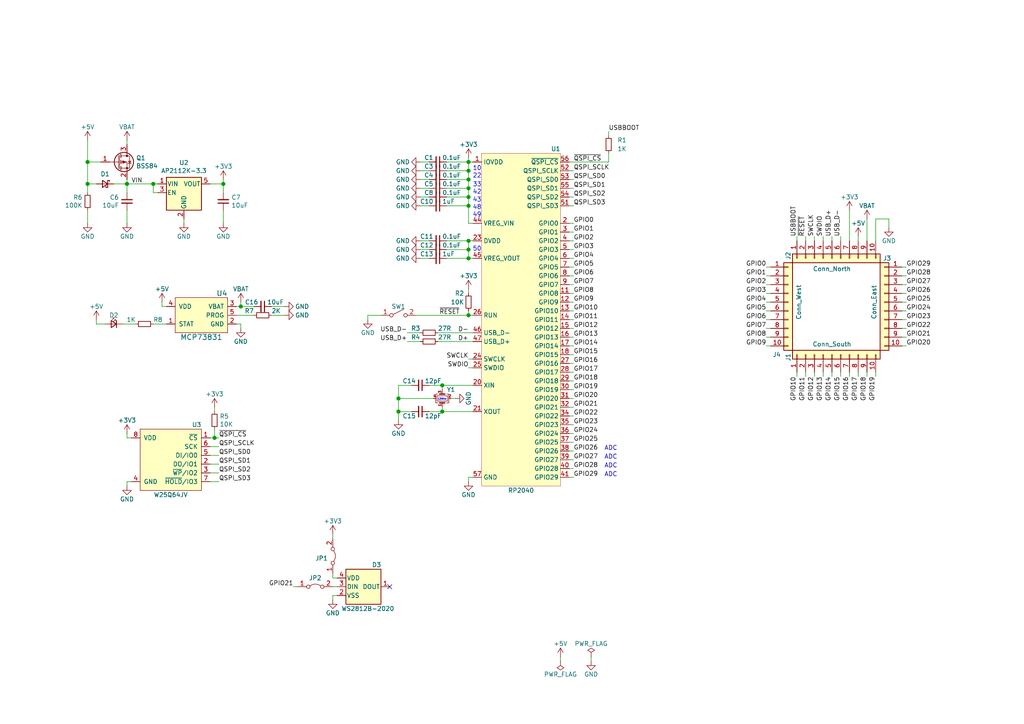
<source format=kicad_sch>
(kicad_sch (version 20210406) (generator eeschema)
  (paper "A4")
  (lib_symbols
    (symbol "Battery_Management_Extra:MCP73831" (pin_names (offset 1.016))
      (property "Reference" "U" (at 6.35 6.35 0))
      (property "Value" "MCP73831" (at 0 -6.35 0))
      (symbol "MCP73831_0_1"
        (rectangle (start -7.62 5.08) (end 7.62 -5.08) (fill (type background)))
      )
      (symbol "MCP73831_1_1"
        (pin output line (at -10.16 -2.54 0) (length 2.54) (name "STAT") (number "1"))
        (pin power_in line (at 10.16 -2.54 180) (length 2.54) (name "GND") (number "2"))
        (pin power_out line (at 10.16 2.54 180) (length 2.54) (name "VBAT") (number "3"))
        (pin power_in line (at -10.16 2.54 0) (length 2.54) (name "VDD") (number "4"))
        (pin input line (at 10.16 0 180) (length 2.54) (name "PROG") (number "5"))
      )
    )
    (symbol "Connector_Generic:Conn_01x10" (pin_names (offset 1.016) hide)
      (property "Reference" "J" (at 0 12.7 0))
      (property "Value" "Conn_01x10" (at 0 -15.24 0))
      (symbol "Conn_01x10_1_1"
        (rectangle (start -1.27 -12.573) (end 0 -12.827) (stroke (width 0.1524)))
        (rectangle (start -1.27 -10.033) (end 0 -10.287) (stroke (width 0.1524)))
        (rectangle (start -1.27 -7.493) (end 0 -7.747) (stroke (width 0.1524)))
        (rectangle (start -1.27 -4.953) (end 0 -5.207) (stroke (width 0.1524)))
        (rectangle (start -1.27 -2.413) (end 0 -2.667) (stroke (width 0.1524)))
        (rectangle (start -1.27 0.127) (end 0 -0.127) (stroke (width 0.1524)))
        (rectangle (start -1.27 2.667) (end 0 2.413) (stroke (width 0.1524)))
        (rectangle (start -1.27 5.207) (end 0 4.953) (stroke (width 0.1524)))
        (rectangle (start -1.27 7.747) (end 0 7.493) (stroke (width 0.1524)))
        (rectangle (start -1.27 10.287) (end 0 10.033) (stroke (width 0.1524)))
        (rectangle (start -1.27 11.43) (end 1.27 -13.97) (stroke (width 0.254)) (fill (type background)))
        (pin passive line (at -5.08 10.16 0) (length 3.81) (name "Pin_1") (number "1"))
        (pin passive line (at -5.08 -12.7 0) (length 3.81) (name "Pin_10") (number "10"))
        (pin passive line (at -5.08 7.62 0) (length 3.81) (name "Pin_2") (number "2"))
        (pin passive line (at -5.08 5.08 0) (length 3.81) (name "Pin_3") (number "3"))
        (pin passive line (at -5.08 2.54 0) (length 3.81) (name "Pin_4") (number "4"))
        (pin passive line (at -5.08 0 0) (length 3.81) (name "Pin_5") (number "5"))
        (pin passive line (at -5.08 -2.54 0) (length 3.81) (name "Pin_6") (number "6"))
        (pin passive line (at -5.08 -5.08 0) (length 3.81) (name "Pin_7") (number "7"))
        (pin passive line (at -5.08 -7.62 0) (length 3.81) (name "Pin_8") (number "8"))
        (pin passive line (at -5.08 -10.16 0) (length 3.81) (name "Pin_9") (number "9"))
      )
    )
    (symbol "Device:C_Small" (pin_numbers hide) (pin_names (offset 0.254) hide)
      (property "Reference" "C" (at 0.254 1.778 0))
      (property "Value" "C_Small" (at 0.254 -2.032 0))
      (symbol "C_Small_0_1"
        (polyline (pts (xy -1.524 -0.508) (xy 1.524 -0.508)) (stroke (width 0.3302)))
        (polyline (pts (xy -1.524 0.508) (xy 1.524 0.508)) (stroke (width 0.3048)))
      )
      (symbol "C_Small_1_1"
        (pin passive line (at 0 2.54 270) (length 2.032) (name "~") (number "1"))
        (pin passive line (at 0 -2.54 90) (length 2.032) (name "~") (number "2"))
      )
    )
    (symbol "Device:Crystal_GND24_Small" (pin_names (offset 1.016) hide)
      (property "Reference" "Y" (at 1.27 4.445 0))
      (property "Value" "Crystal_GND24_Small" (at 1.27 2.54 0))
      (symbol "Crystal_GND24_Small_0_1"
        (rectangle (start -0.762 -1.524) (end 0.762 1.524))
        (polyline (pts (xy -1.27 -0.762) (xy -1.27 0.762)) (stroke (width 0.381)))
        (polyline (pts (xy 1.27 -0.762) (xy 1.27 0.762)) (stroke (width 0.381)))
        (polyline (pts (xy -1.27 -1.27) (xy -1.27 -1.905) (xy 1.27 -1.905) (xy 1.27 -1.27)))
        (polyline (pts (xy -1.27 1.27) (xy -1.27 1.905) (xy 1.27 1.905) (xy 1.27 1.27)))
      )
      (symbol "Crystal_GND24_Small_1_1"
        (pin passive line (at -2.54 0 0) (length 1.27) (name "1") (number "1"))
        (pin passive line (at 0 -2.54 90) (length 0.635) (name "2") (number "2"))
        (pin passive line (at 2.54 0 180) (length 1.27) (name "3") (number "3"))
        (pin passive line (at 0 2.54 270) (length 0.635) (name "4") (number "4"))
      )
    )
    (symbol "Device:D_Schottky_Small" (pin_numbers hide) (pin_names (offset 0.254) hide)
      (property "Reference" "D" (at -1.27 2.032 0))
      (property "Value" "D_Schottky_Small" (at -7.112 -2.032 0))
      (symbol "D_Schottky_Small_0_1"
        (polyline (pts (xy -0.762 0) (xy 0.762 0)))
        (polyline (pts (xy 0.762 -1.016) (xy -0.762 0) (xy 0.762 1.016) (xy 0.762 -1.016)) (stroke (width 0.254)))
        (polyline (pts (xy -1.27 0.762) (xy -1.27 1.016) (xy -0.762 1.016) (xy -0.762 -1.016) (xy -0.254 -1.016) (xy -0.254 -0.762)) (stroke (width 0.254)))
      )
      (symbol "D_Schottky_Small_1_1"
        (pin passive line (at -2.54 0 0) (length 1.778) (name "K") (number "1"))
        (pin passive line (at 2.54 0 180) (length 1.778) (name "A") (number "2"))
      )
    )
    (symbol "Device:LED_Small" (pin_numbers hide) (pin_names (offset 0.254) hide)
      (property "Reference" "D" (at -1.27 3.175 0))
      (property "Value" "LED_Small" (at -4.445 -2.54 0))
      (symbol "LED_Small_0_1"
        (polyline (pts (xy -0.762 -1.016) (xy -0.762 1.016)) (stroke (width 0.254)))
        (polyline (pts (xy 1.016 0) (xy -0.762 0)))
        (polyline (pts (xy 0.762 -1.016) (xy -0.762 0) (xy 0.762 1.016) (xy 0.762 -1.016)) (stroke (width 0.254)))
        (polyline (pts (xy 0 0.762) (xy -0.508 1.27) (xy -0.254 1.27) (xy -0.508 1.27) (xy -0.508 1.016)))
        (polyline (pts (xy 0.508 1.27) (xy 0 1.778) (xy 0.254 1.778) (xy 0 1.778) (xy 0 1.524)))
      )
      (symbol "LED_Small_1_1"
        (pin passive line (at -2.54 0 0) (length 1.778) (name "K") (number "1"))
        (pin passive line (at 2.54 0 180) (length 1.778) (name "A") (number "2"))
      )
    )
    (symbol "Device:R_Small" (pin_numbers hide) (pin_names (offset 0.254) hide)
      (property "Reference" "R" (at 0.762 0.508 0))
      (property "Value" "R_Small" (at 0.762 -1.016 0))
      (symbol "R_Small_0_1"
        (rectangle (start -0.762 1.778) (end 0.762 -1.778) (stroke (width 0.2032)))
      )
      (symbol "R_Small_1_1"
        (pin passive line (at 0 2.54 270) (length 0.762) (name "~") (number "1"))
        (pin passive line (at 0 -2.54 90) (length 0.762) (name "~") (number "2"))
      )
    )
    (symbol "Jumper:Jumper_2_Bridged" (pin_names (offset 0) hide)
      (property "Reference" "JP" (at 0 1.905 0))
      (property "Value" "Jumper_2_Bridged" (at 0 -2.54 0))
      (symbol "Jumper_2_Bridged_0_0"
        (circle (center -2.032 0) (radius 0.508))
        (circle (center 2.032 0) (radius 0.508))
      )
      (symbol "Jumper_2_Bridged_0_1"
        (arc (start -1.524 0.254) (end 1.524 0.254) (radius (at 0 -1.778) (length 2.54) (angles 126.9 53.1)))
      )
      (symbol "Jumper_2_Bridged_1_1"
        (pin passive line (at -5.08 0 0) (length 2.54) (name "A") (number "1"))
        (pin passive line (at 5.08 0 180) (length 2.54) (name "B") (number "2"))
      )
    )
    (symbol "LED_Extra:WS2812B-2020" (pin_names (offset 0.254))
      (property "Reference" "D" (at 5.08 5.715 0))
      (property "Value" "WS2812B-2020" (at 1.27 -5.715 0))
      (symbol "WS2812B-2020_0_1"
        (rectangle (start -5.08 5.08) (end 5.08 -5.08) (stroke (width 0.254)) (fill (type background)))
      )
      (symbol "WS2812B-2020_1_1"
        (pin output line (at 7.62 0 180) (length 2.54) (name "DOUT") (number "1"))
        (pin power_in line (at -7.62 -2.54 0) (length 2.54) (name "VSS") (number "2"))
        (pin input line (at -7.62 0 0) (length 2.54) (name "DIN") (number "3"))
        (pin power_in line (at -7.62 2.54 0) (length 2.54) (name "VDD") (number "4"))
      )
    )
    (symbol "MCU_RaspberryPi:RP2040"
      (property "Reference" "U" (at 11.43 1.27 0))
      (property "Value" "RP2040" (at 0 -97.79 0))
      (symbol "RP2040_0_0"
        (pin power_in line (at -13.97 -2.54 0) (length 2.54) (name "IOVDD") (number "1"))
        (pin passive line (at -13.97 -2.54 0) (length 2.54) hide (name "IOVDD") (number "10"))
        (pin bidirectional line (at 13.97 -40.64 180) (length 2.54) (name "GPIO8") (number "11"))
        (pin bidirectional line (at 13.97 -20.32 180) (length 2.54) (name "GPIO0") (number "2"))
        (pin bidirectional line (at 13.97 -22.86 180) (length 2.54) (name "GPIO1") (number "3"))
        (pin bidirectional line (at 13.97 -25.4 180) (length 2.54) (name "GPIO2") (number "4"))
        (pin bidirectional line (at 13.97 -27.94 180) (length 2.54) (name "GPIO3") (number "5"))
        (pin bidirectional line (at 13.97 -30.48 180) (length 2.54) (name "GPIO4") (number "6"))
        (pin bidirectional line (at 13.97 -33.02 180) (length 2.54) (name "GPIO5") (number "7"))
        (pin bidirectional line (at 13.97 -35.56 180) (length 2.54) (name "GPIO6") (number "8"))
        (pin bidirectional line (at 13.97 -38.1 180) (length 2.54) (name "GPIO7") (number "9"))
      )
      (symbol "RP2040_0_1"
        (rectangle (start -11.43 0) (end 11.43 -96.52) (stroke (width 0.001)) (fill (type background)))
      )
      (symbol "RP2040_1_1"
        (pin bidirectional line (at 13.97 -43.18 180) (length 2.54) (name "GPIO9") (number "12"))
        (pin bidirectional line (at 13.97 -45.72 180) (length 2.54) (name "GPIO10") (number "13"))
        (pin bidirectional line (at 13.97 -48.26 180) (length 2.54) (name "GPIO11") (number "14"))
        (pin bidirectional line (at 13.97 -50.8 180) (length 2.54) (name "GPIO12") (number "15"))
        (pin bidirectional line (at 13.97 -53.34 180) (length 2.54) (name "GPIO13") (number "16"))
        (pin bidirectional line (at 13.97 -55.88 180) (length 2.54) (name "GPIO14") (number "17"))
        (pin bidirectional line (at 13.97 -58.42 180) (length 2.54) (name "GPIO15") (number "18"))
        (pin passive line (at -13.97 -93.98 0) (length 2.54) hide (name "TESTEN") (number "19"))
        (pin input line (at -13.97 -67.31 0) (length 2.54) (name "XIN") (number "20"))
        (pin output line (at -13.97 -74.93 0) (length 2.54) (name "XOUT") (number "21"))
        (pin passive line (at -13.97 -2.54 0) (length 2.54) hide (name "IOVDD") (number "22"))
        (pin power_in line (at -13.97 -25.4 0) (length 2.54) (name "DVDD") (number "23"))
        (pin input line (at -13.97 -59.69 0) (length 2.54) (name "SWCLK") (number "24"))
        (pin bidirectional line (at -13.97 -62.23 0) (length 2.54) (name "SWDIO") (number "25"))
        (pin input line (at -13.97 -46.99 0) (length 2.54) (name "RUN") (number "26"))
        (pin bidirectional line (at 13.97 -60.96 180) (length 2.54) (name "GPIO16") (number "27"))
        (pin bidirectional line (at 13.97 -63.5 180) (length 2.54) (name "GPIO17") (number "28"))
        (pin bidirectional line (at 13.97 -66.04 180) (length 2.54) (name "GPIO18") (number "29"))
        (pin bidirectional line (at 13.97 -68.58 180) (length 2.54) (name "GPIO19") (number "30"))
        (pin bidirectional line (at 13.97 -71.12 180) (length 2.54) (name "GPIO20") (number "31"))
        (pin bidirectional line (at 13.97 -73.66 180) (length 2.54) (name "GPIO21") (number "32"))
        (pin passive line (at -13.97 -2.54 0) (length 2.54) hide (name "IOVDD") (number "33"))
        (pin bidirectional line (at 13.97 -76.2 180) (length 2.54) (name "GPIO22") (number "34"))
        (pin bidirectional line (at 13.97 -78.74 180) (length 2.54) (name "GPIO23") (number "35"))
        (pin bidirectional line (at 13.97 -81.28 180) (length 2.54) (name "GPIO24") (number "36"))
        (pin bidirectional line (at 13.97 -83.82 180) (length 2.54) (name "GPIO25") (number "37"))
        (pin bidirectional line (at 13.97 -86.36 180) (length 2.54) (name "GPIO26") (number "38"))
        (pin bidirectional line (at 13.97 -88.9 180) (length 2.54) (name "GPIO27") (number "39"))
        (pin bidirectional line (at 13.97 -91.44 180) (length 2.54) (name "GPIO28") (number "40"))
        (pin bidirectional line (at 13.97 -93.98 180) (length 2.54) (name "GPIO29") (number "41"))
        (pin passive line (at -13.97 -2.54 0) (length 2.54) hide (name "IOVDD") (number "42"))
        (pin passive line (at -13.97 -2.54 0) (length 2.54) hide (name "ADC_AVDD") (number "43"))
        (pin power_in line (at -13.97 -20.32 0) (length 2.54) (name "VREG_VIN") (number "44"))
        (pin power_out line (at -13.97 -30.48 0) (length 2.54) (name "VREG_VOUT") (number "45"))
        (pin bidirectional line (at -13.97 -52.07 0) (length 2.54) (name "USB_D-") (number "46"))
        (pin bidirectional line (at -13.97 -54.61 0) (length 2.54) (name "USB_D+") (number "47"))
        (pin passive line (at -13.97 -2.54 0) (length 2.54) hide (name "USB_VDD") (number "48"))
        (pin passive line (at -13.97 -2.54 0) (length 2.54) hide (name "IOVDD") (number "49"))
        (pin passive line (at -13.97 -25.4 0) (length 2.54) hide (name "DVDD") (number "50"))
        (pin bidirectional line (at 13.97 -15.24 180) (length 2.54) (name "QSPI_SD3") (number "51"))
        (pin output line (at 13.97 -5.08 180) (length 2.54) (name "QSPI_SCLK") (number "52"))
        (pin bidirectional line (at 13.97 -7.62 180) (length 2.54) (name "QSPI_SD0") (number "53"))
        (pin bidirectional line (at 13.97 -12.7 180) (length 2.54) (name "QSPI_SD2") (number "54"))
        (pin bidirectional line (at 13.97 -10.16 180) (length 2.54) (name "QSPI_SD1") (number "55"))
        (pin input line (at 13.97 -2.54 180) (length 2.54) (name "~QSPI_CS~") (number "56"))
        (pin power_in line (at -13.97 -93.98 0) (length 2.54) (name "GND") (number "57"))
      )
    )
    (symbol "Memory_Flash_Extra:W25Q64JV" (pin_names (offset 1.016))
      (property "Reference" "U" (at 8.89 10.16 0))
      (property "Value" "W25Q64JV" (at 0 -10.16 0))
      (symbol "W25Q64JV_0_1"
        (rectangle (start -8.89 8.89) (end 8.89 -8.89) (fill (type background)))
      )
      (symbol "W25Q64JV_1_1"
        (pin input line (at 11.43 6.35 180) (length 2.54) (name "~CS~") (number "1"))
        (pin bidirectional line (at 11.43 -1.27 180) (length 2.54) (name "DO/IO1") (number "2"))
        (pin bidirectional line (at 11.43 -3.81 180) (length 2.54) (name "~WP~/IO2") (number "3"))
        (pin power_in line (at -11.43 -6.35 0) (length 2.54) (name "GND") (number "4"))
        (pin bidirectional line (at 11.43 1.27 180) (length 2.54) (name "DI/IO0") (number "5"))
        (pin input line (at 11.43 3.81 180) (length 2.54) (name "SCK") (number "6"))
        (pin bidirectional line (at 11.43 -6.35 180) (length 2.54) (name "~HOLD~/IO3") (number "7"))
        (pin power_in line (at -11.43 6.35 0) (length 2.54) (name "VDD") (number "8"))
        (pin passive line (at -11.43 -6.35 0) (length 2.54) hide (name "GND") (number "9"))
      )
    )
    (symbol "Regulator_Linear:AP2112K-3.3" (pin_names (offset 0.254))
      (property "Reference" "U" (at -5.08 5.715 0))
      (property "Value" "AP2112K-3.3" (at 0 5.715 0))
      (symbol "AP2112K-3.3_0_1"
        (rectangle (start -5.08 4.445) (end 5.08 -5.08) (stroke (width 0.254)) (fill (type background)))
      )
      (symbol "AP2112K-3.3_1_1"
        (pin power_in line (at -7.62 2.54 0) (length 2.54) (name "VIN") (number "1"))
        (pin power_in line (at 0 -7.62 90) (length 2.54) (name "GND") (number "2"))
        (pin input line (at -7.62 0 0) (length 2.54) (name "EN") (number "3"))
        (pin no_connect line (at 5.08 0 180) (length 2.54) hide (name "NC") (number "4"))
        (pin power_out line (at 7.62 2.54 180) (length 2.54) (name "VOUT") (number "5"))
      )
    )
    (symbol "Switch:SW_SPST" (pin_names (offset 0) hide)
      (property "Reference" "SW" (at 0 3.175 0))
      (property "Value" "SW_SPST" (at 0 -2.54 0))
      (symbol "SW_SPST_0_0"
        (circle (center -2.032 0) (radius 0.508))
        (circle (center 2.032 0) (radius 0.508))
        (polyline (pts (xy -1.524 0.254) (xy 1.524 1.778)))
      )
      (symbol "SW_SPST_1_1"
        (pin passive line (at -5.08 0 0) (length 2.54) (name "A") (number "1"))
        (pin passive line (at 5.08 0 180) (length 2.54) (name "B") (number "2"))
      )
    )
    (symbol "Transistor_FET:BSS84" (pin_names hide)
      (property "Reference" "Q" (at 5.08 1.905 0))
      (property "Value" "BSS84" (at 5.08 0 0))
      (symbol "BSS84_0_1"
        (circle (center 1.651 0) (radius 2.794) (stroke (width 0.254)))
        (circle (center 2.54 -1.778) (radius 0.254) (fill (type outline)))
        (circle (center 2.54 1.778) (radius 0.254) (fill (type outline)))
        (polyline (pts (xy 0.254 0) (xy -2.54 0)))
        (polyline (pts (xy 0.254 1.905) (xy 0.254 -1.905)) (stroke (width 0.254)))
        (polyline (pts (xy 0.762 -1.27) (xy 0.762 -2.286)) (stroke (width 0.254)))
        (polyline (pts (xy 0.762 0.508) (xy 0.762 -0.508)) (stroke (width 0.254)))
        (polyline (pts (xy 0.762 2.286) (xy 0.762 1.27)) (stroke (width 0.254)))
        (polyline (pts (xy 2.54 2.54) (xy 2.54 1.778)))
        (polyline (pts (xy 2.54 -2.54) (xy 2.54 0) (xy 0.762 0)))
        (polyline (pts (xy 0.762 1.778) (xy 3.302 1.778) (xy 3.302 -1.778) (xy 0.762 -1.778)))
        (polyline (pts (xy 2.794 -0.508) (xy 2.921 -0.381) (xy 3.683 -0.381) (xy 3.81 -0.254)))
        (polyline (pts (xy 3.302 -0.381) (xy 2.921 0.254) (xy 3.683 0.254) (xy 3.302 -0.381)))
        (polyline (pts (xy 2.286 0) (xy 1.27 0.381) (xy 1.27 -0.381) (xy 2.286 0)) (fill (type outline)))
      )
      (symbol "BSS84_1_1"
        (pin input line (at -5.08 0 0) (length 2.54) (name "G") (number "1"))
        (pin passive line (at 2.54 -5.08 90) (length 2.54) (name "S") (number "2"))
        (pin passive line (at 2.54 5.08 270) (length 2.54) (name "D") (number "3"))
      )
    )
    (symbol "power:+3.3V" (power) (pin_names (offset 0))
      (property "Value" "+3.3V" (at 0 3.556 0))
      (symbol "+3.3V_0_1"
        (polyline (pts (xy -0.762 1.27) (xy 0 2.54)))
        (polyline (pts (xy 0 0) (xy 0 2.54)))
        (polyline (pts (xy 0 2.54) (xy 0.762 1.27)))
      )
      (symbol "+3.3V_1_1"
        (pin power_in line (at 0 0 90) (length 0) hide (name "+3V3") (number "1"))
      )
    )
    (symbol "power:+3V3" (power) (pin_names (offset 0))
      (property "Value" "+3V3" (at 0 3.556 0))
      (symbol "+3V3_0_1"
        (polyline (pts (xy -0.762 1.27) (xy 0 2.54)))
        (polyline (pts (xy 0 0) (xy 0 2.54)))
        (polyline (pts (xy 0 2.54) (xy 0.762 1.27)))
      )
      (symbol "+3V3_1_1"
        (pin power_in line (at 0 0 90) (length 0) hide (name "+3V3") (number "1"))
      )
    )
    (symbol "power:+5V" (power) (pin_names (offset 0))
      (property "Value" "+5V" (at 0 3.556 0))
      (symbol "+5V_0_1"
        (polyline (pts (xy -0.762 1.27) (xy 0 2.54)))
        (polyline (pts (xy 0 0) (xy 0 2.54)))
        (polyline (pts (xy 0 2.54) (xy 0.762 1.27)))
      )
      (symbol "+5V_1_1"
        (pin power_in line (at 0 0 90) (length 0) hide (name "+5V") (number "1"))
      )
    )
    (symbol "power:GND" (power) (pin_names (offset 0))
      (property "Value" "GND" (at 0 -3.81 0))
      (symbol "GND_0_1"
        (polyline (pts (xy 0 0) (xy 0 -1.27) (xy 1.27 -1.27) (xy 0 -2.54) (xy -1.27 -1.27) (xy 0 -1.27)))
      )
      (symbol "GND_1_1"
        (pin power_in line (at 0 0 270) (length 0) hide (name "GND") (number "1"))
      )
    )
    (symbol "power:PWR_FLAG" (power) (pin_numbers hide) (pin_names (offset 0) hide)
      (property "Value" "PWR_FLAG" (at 0 3.81 0))
      (symbol "PWR_FLAG_0_0"
        (pin power_out line (at 0 0 90) (length 0) (name "pwr") (number "1"))
      )
      (symbol "PWR_FLAG_0_1"
        (polyline (pts (xy 0 0) (xy 0 1.27) (xy -1.016 1.905) (xy 0 2.54) (xy 1.016 1.905) (xy 0 1.27)))
      )
    )
    (symbol "power_extra:VBAT" (power) (pin_names (offset 0))
      (property "Value" "VBAT" (at 0 3.556 0))
      (symbol "VBAT_0_1"
        (polyline (pts (xy -0.762 1.27) (xy 0 2.54)))
        (polyline (pts (xy 0 0) (xy 0 2.54)))
        (polyline (pts (xy 0 2.54) (xy 0.762 1.27)))
      )
      (symbol "VBAT_1_1"
        (pin power_in line (at 0 0 90) (length 0) hide (name "VBAT") (number "1"))
      )
    )
  )
  (junction (at 25.4 46.99) (diameter 1.016))
  (junction (at 25.4 53.34) (diameter 1.016))
  (junction (at 36.83 53.34) (diameter 1.016))
  (junction (at 44.45 53.34) (diameter 1.016))
  (junction (at 62.23 127) (diameter 1.016))
  (junction (at 64.77 53.34) (diameter 1.016))
  (junction (at 69.85 88.9) (diameter 1.016))
  (junction (at 115.57 115.57) (diameter 1.016))
  (junction (at 115.57 119.38) (diameter 1.016))
  (junction (at 128.27 111.76) (diameter 1.016))
  (junction (at 128.27 119.38) (diameter 1.016))
  (junction (at 135.89 46.99) (diameter 1.016))
  (junction (at 135.89 49.53) (diameter 1.016))
  (junction (at 135.89 52.07) (diameter 1.016))
  (junction (at 135.89 54.61) (diameter 1.016))
  (junction (at 135.89 57.15) (diameter 1.016))
  (junction (at 135.89 59.69) (diameter 1.016))
  (junction (at 135.89 69.85) (diameter 1.016))
  (junction (at 135.89 72.39) (diameter 1.016))
  (junction (at 135.89 74.93) (diameter 1.016))
  (junction (at 135.89 91.44) (diameter 1.016))
  (no_connect (at 113.03 170.18))
  (wire (pts (xy 25.4 40.64) (xy 25.4 46.99)))
  (wire (pts (xy 25.4 46.99) (xy 25.4 53.34)))
  (wire (pts (xy 25.4 46.99) (xy 29.21 46.99)))
  (wire (pts (xy 25.4 53.34) (xy 25.4 55.88)))
  (wire (pts (xy 25.4 53.34) (xy 27.94 53.34)))
  (wire (pts (xy 25.4 60.96) (xy 25.4 64.77)))
  (wire (pts (xy 27.94 93.98) (xy 27.94 92.71)))
  (wire (pts (xy 27.94 93.98) (xy 30.48 93.98)))
  (wire (pts (xy 36.83 41.91) (xy 36.83 40.64)))
  (wire (pts (xy 36.83 53.34) (xy 33.02 53.34)))
  (wire (pts (xy 36.83 53.34) (xy 36.83 52.07)))
  (wire (pts (xy 36.83 53.34) (xy 36.83 55.88)))
  (wire (pts (xy 36.83 53.34) (xy 44.45 53.34)))
  (wire (pts (xy 36.83 60.96) (xy 36.83 64.77)))
  (wire (pts (xy 36.83 127) (xy 36.83 125.73)))
  (wire (pts (xy 36.83 139.7) (xy 36.83 140.97)))
  (wire (pts (xy 38.1 127) (xy 36.83 127)))
  (wire (pts (xy 38.1 139.7) (xy 36.83 139.7)))
  (wire (pts (xy 39.37 93.98) (xy 35.56 93.98)))
  (wire (pts (xy 44.45 55.88) (xy 44.45 53.34)))
  (wire (pts (xy 45.72 53.34) (xy 44.45 53.34)))
  (wire (pts (xy 45.72 55.88) (xy 44.45 55.88)))
  (wire (pts (xy 46.99 87.63) (xy 46.99 88.9)))
  (wire (pts (xy 46.99 88.9) (xy 48.26 88.9)))
  (wire (pts (xy 48.26 93.98) (xy 44.45 93.98)))
  (wire (pts (xy 53.34 63.5) (xy 53.34 64.77)))
  (wire (pts (xy 60.96 53.34) (xy 64.77 53.34)))
  (wire (pts (xy 60.96 127) (xy 62.23 127)))
  (wire (pts (xy 60.96 129.54) (xy 63.5 129.54)))
  (wire (pts (xy 60.96 132.08) (xy 63.5 132.08)))
  (wire (pts (xy 60.96 134.62) (xy 63.5 134.62)))
  (wire (pts (xy 60.96 137.16) (xy 63.5 137.16)))
  (wire (pts (xy 60.96 139.7) (xy 63.5 139.7)))
  (wire (pts (xy 62.23 118.11) (xy 62.23 119.38)))
  (wire (pts (xy 62.23 127) (xy 62.23 124.46)))
  (wire (pts (xy 63.5 127) (xy 62.23 127)))
  (wire (pts (xy 64.77 52.07) (xy 64.77 53.34)))
  (wire (pts (xy 64.77 53.34) (xy 64.77 55.88)))
  (wire (pts (xy 64.77 60.96) (xy 64.77 64.77)))
  (wire (pts (xy 68.58 88.9) (xy 69.85 88.9)))
  (wire (pts (xy 68.58 93.98) (xy 69.85 93.98)))
  (wire (pts (xy 69.85 88.9) (xy 69.85 87.63)))
  (wire (pts (xy 69.85 88.9) (xy 73.66 88.9)))
  (wire (pts (xy 69.85 93.98) (xy 69.85 95.25)))
  (wire (pts (xy 73.66 91.44) (xy 68.58 91.44)))
  (wire (pts (xy 78.74 88.9) (xy 82.55 88.9)))
  (wire (pts (xy 78.74 91.44) (xy 82.55 91.44)))
  (wire (pts (xy 85.09 170.18) (xy 86.36 170.18)))
  (wire (pts (xy 96.52 154.94) (xy 96.52 156.21)))
  (wire (pts (xy 96.52 166.37) (xy 96.52 167.64)))
  (wire (pts (xy 96.52 170.18) (xy 97.79 170.18)))
  (wire (pts (xy 96.52 172.72) (xy 96.52 173.99)))
  (wire (pts (xy 97.79 167.64) (xy 96.52 167.64)))
  (wire (pts (xy 97.79 172.72) (xy 96.52 172.72)))
  (wire (pts (xy 106.68 91.44) (xy 110.49 91.44)))
  (wire (pts (xy 106.68 92.71) (xy 106.68 91.44)))
  (wire (pts (xy 115.57 111.76) (xy 115.57 115.57)))
  (wire (pts (xy 115.57 111.76) (xy 119.38 111.76)))
  (wire (pts (xy 115.57 115.57) (xy 115.57 119.38)))
  (wire (pts (xy 115.57 119.38) (xy 115.57 121.92)))
  (wire (pts (xy 115.57 119.38) (xy 119.38 119.38)))
  (wire (pts (xy 118.11 96.52) (xy 121.92 96.52)))
  (wire (pts (xy 118.11 99.06) (xy 121.92 99.06)))
  (wire (pts (xy 120.65 91.44) (xy 135.89 91.44)))
  (wire (pts (xy 121.92 46.99) (xy 124.46 46.99)))
  (wire (pts (xy 121.92 49.53) (xy 124.46 49.53)))
  (wire (pts (xy 121.92 52.07) (xy 124.46 52.07)))
  (wire (pts (xy 121.92 54.61) (xy 124.46 54.61)))
  (wire (pts (xy 121.92 57.15) (xy 124.46 57.15)))
  (wire (pts (xy 121.92 59.69) (xy 124.46 59.69)))
  (wire (pts (xy 121.92 69.85) (xy 124.46 69.85)))
  (wire (pts (xy 121.92 72.39) (xy 124.46 72.39)))
  (wire (pts (xy 121.92 74.93) (xy 124.46 74.93)))
  (wire (pts (xy 124.46 111.76) (xy 128.27 111.76)))
  (wire (pts (xy 124.46 119.38) (xy 128.27 119.38)))
  (wire (pts (xy 125.73 115.57) (xy 115.57 115.57)))
  (wire (pts (xy 127 96.52) (xy 137.16 96.52)))
  (wire (pts (xy 127 99.06) (xy 137.16 99.06)))
  (wire (pts (xy 128.27 111.76) (xy 128.27 113.03)))
  (wire (pts (xy 128.27 111.76) (xy 137.16 111.76)))
  (wire (pts (xy 128.27 118.11) (xy 128.27 119.38)))
  (wire (pts (xy 128.27 119.38) (xy 137.16 119.38)))
  (wire (pts (xy 129.54 46.99) (xy 135.89 46.99)))
  (wire (pts (xy 129.54 49.53) (xy 135.89 49.53)))
  (wire (pts (xy 129.54 52.07) (xy 135.89 52.07)))
  (wire (pts (xy 129.54 54.61) (xy 135.89 54.61)))
  (wire (pts (xy 129.54 57.15) (xy 135.89 57.15)))
  (wire (pts (xy 129.54 59.69) (xy 135.89 59.69)))
  (wire (pts (xy 129.54 69.85) (xy 135.89 69.85)))
  (wire (pts (xy 129.54 72.39) (xy 135.89 72.39)))
  (wire (pts (xy 129.54 74.93) (xy 135.89 74.93)))
  (wire (pts (xy 130.81 115.57) (xy 132.08 115.57)))
  (wire (pts (xy 135.89 45.72) (xy 135.89 46.99)))
  (wire (pts (xy 135.89 46.99) (xy 135.89 49.53)))
  (wire (pts (xy 135.89 46.99) (xy 137.16 46.99)))
  (wire (pts (xy 135.89 49.53) (xy 135.89 52.07)))
  (wire (pts (xy 135.89 52.07) (xy 135.89 54.61)))
  (wire (pts (xy 135.89 54.61) (xy 135.89 57.15)))
  (wire (pts (xy 135.89 57.15) (xy 135.89 59.69)))
  (wire (pts (xy 135.89 59.69) (xy 135.89 64.77)))
  (wire (pts (xy 135.89 69.85) (xy 137.16 69.85)))
  (wire (pts (xy 135.89 72.39) (xy 135.89 69.85)))
  (wire (pts (xy 135.89 74.93) (xy 135.89 72.39)))
  (wire (pts (xy 135.89 74.93) (xy 137.16 74.93)))
  (wire (pts (xy 135.89 83.82) (xy 135.89 85.09)))
  (wire (pts (xy 135.89 91.44) (xy 135.89 90.17)))
  (wire (pts (xy 135.89 91.44) (xy 137.16 91.44)))
  (wire (pts (xy 135.89 104.14) (xy 137.16 104.14)))
  (wire (pts (xy 135.89 106.68) (xy 137.16 106.68)))
  (wire (pts (xy 135.89 138.43) (xy 135.89 139.7)))
  (wire (pts (xy 137.16 64.77) (xy 135.89 64.77)))
  (wire (pts (xy 137.16 138.43) (xy 135.89 138.43)))
  (wire (pts (xy 162.56 190.5) (xy 162.56 191.77)))
  (wire (pts (xy 165.1 46.99) (xy 176.53 46.99)))
  (wire (pts (xy 165.1 64.77) (xy 166.37 64.77)))
  (wire (pts (xy 165.1 67.31) (xy 166.37 67.31)))
  (wire (pts (xy 165.1 69.85) (xy 166.37 69.85)))
  (wire (pts (xy 165.1 72.39) (xy 166.37 72.39)))
  (wire (pts (xy 165.1 74.93) (xy 166.37 74.93)))
  (wire (pts (xy 165.1 77.47) (xy 166.37 77.47)))
  (wire (pts (xy 165.1 80.01) (xy 166.37 80.01)))
  (wire (pts (xy 165.1 82.55) (xy 166.37 82.55)))
  (wire (pts (xy 165.1 85.09) (xy 166.37 85.09)))
  (wire (pts (xy 165.1 87.63) (xy 166.37 87.63)))
  (wire (pts (xy 165.1 90.17) (xy 166.37 90.17)))
  (wire (pts (xy 165.1 92.71) (xy 166.37 92.71)))
  (wire (pts (xy 165.1 95.25) (xy 166.37 95.25)))
  (wire (pts (xy 165.1 97.79) (xy 166.37 97.79)))
  (wire (pts (xy 165.1 100.33) (xy 166.37 100.33)))
  (wire (pts (xy 165.1 105.41) (xy 166.37 105.41)))
  (wire (pts (xy 165.1 107.95) (xy 166.37 107.95)))
  (wire (pts (xy 165.1 110.49) (xy 166.37 110.49)))
  (wire (pts (xy 165.1 113.03) (xy 166.37 113.03)))
  (wire (pts (xy 165.1 115.57) (xy 166.37 115.57)))
  (wire (pts (xy 165.1 118.11) (xy 166.37 118.11)))
  (wire (pts (xy 165.1 120.65) (xy 166.37 120.65)))
  (wire (pts (xy 165.1 123.19) (xy 166.37 123.19)))
  (wire (pts (xy 165.1 125.73) (xy 166.37 125.73)))
  (wire (pts (xy 165.1 128.27) (xy 166.37 128.27)))
  (wire (pts (xy 165.1 130.81) (xy 166.37 130.81)))
  (wire (pts (xy 165.1 133.35) (xy 166.37 133.35)))
  (wire (pts (xy 165.1 135.89) (xy 166.37 135.89)))
  (wire (pts (xy 165.1 138.43) (xy 166.37 138.43)))
  (wire (pts (xy 166.37 49.53) (xy 165.1 49.53)))
  (wire (pts (xy 166.37 52.07) (xy 165.1 52.07)))
  (wire (pts (xy 166.37 54.61) (xy 165.1 54.61)))
  (wire (pts (xy 166.37 57.15) (xy 165.1 57.15)))
  (wire (pts (xy 166.37 59.69) (xy 165.1 59.69)))
  (wire (pts (xy 166.37 102.87) (xy 165.1 102.87)))
  (wire (pts (xy 171.45 190.5) (xy 171.45 191.77)))
  (wire (pts (xy 176.53 38.1) (xy 176.53 39.37)))
  (wire (pts (xy 176.53 46.99) (xy 176.53 44.45)))
  (wire (pts (xy 223.52 77.47) (xy 222.25 77.47)))
  (wire (pts (xy 223.52 80.01) (xy 222.25 80.01)))
  (wire (pts (xy 223.52 82.55) (xy 222.25 82.55)))
  (wire (pts (xy 223.52 85.09) (xy 222.25 85.09)))
  (wire (pts (xy 223.52 87.63) (xy 222.25 87.63)))
  (wire (pts (xy 223.52 90.17) (xy 222.25 90.17)))
  (wire (pts (xy 223.52 92.71) (xy 222.25 92.71)))
  (wire (pts (xy 223.52 95.25) (xy 222.25 95.25)))
  (wire (pts (xy 223.52 97.79) (xy 222.25 97.79)))
  (wire (pts (xy 223.52 100.33) (xy 222.25 100.33)))
  (wire (pts (xy 231.14 69.85) (xy 231.14 68.58)))
  (wire (pts (xy 231.14 107.95) (xy 231.14 109.22)))
  (wire (pts (xy 233.68 69.85) (xy 233.68 68.58)))
  (wire (pts (xy 233.68 107.95) (xy 233.68 109.22)))
  (wire (pts (xy 236.22 68.58) (xy 236.22 69.85)))
  (wire (pts (xy 236.22 107.95) (xy 236.22 109.22)))
  (wire (pts (xy 238.76 69.85) (xy 238.76 68.58)))
  (wire (pts (xy 238.76 107.95) (xy 238.76 109.22)))
  (wire (pts (xy 241.3 69.85) (xy 241.3 68.58)))
  (wire (pts (xy 241.3 107.95) (xy 241.3 109.22)))
  (wire (pts (xy 243.84 69.85) (xy 243.84 68.58)))
  (wire (pts (xy 243.84 107.95) (xy 243.84 109.22)))
  (wire (pts (xy 246.38 60.96) (xy 246.38 69.85)))
  (wire (pts (xy 246.38 107.95) (xy 246.38 109.22)))
  (wire (pts (xy 248.92 68.58) (xy 248.92 69.85)))
  (wire (pts (xy 248.92 107.95) (xy 248.92 109.22)))
  (wire (pts (xy 251.46 63.5) (xy 251.46 69.85)))
  (wire (pts (xy 251.46 107.95) (xy 251.46 109.22)))
  (wire (pts (xy 254 63.5) (xy 257.81 63.5)))
  (wire (pts (xy 254 69.85) (xy 254 63.5)))
  (wire (pts (xy 254 107.95) (xy 254 109.22)))
  (wire (pts (xy 257.81 63.5) (xy 257.81 66.04)))
  (wire (pts (xy 261.62 77.47) (xy 262.89 77.47)))
  (wire (pts (xy 261.62 80.01) (xy 262.89 80.01)))
  (wire (pts (xy 261.62 82.55) (xy 262.89 82.55)))
  (wire (pts (xy 261.62 85.09) (xy 262.89 85.09)))
  (wire (pts (xy 261.62 87.63) (xy 262.89 87.63)))
  (wire (pts (xy 261.62 90.17) (xy 262.89 90.17)))
  (wire (pts (xy 261.62 92.71) (xy 262.89 92.71)))
  (wire (pts (xy 261.62 95.25) (xy 262.89 95.25)))
  (wire (pts (xy 261.62 97.79) (xy 262.89 97.79)))
  (wire (pts (xy 261.62 100.33) (xy 262.89 100.33)))
  (text "12MHz" (at 129.54 116.205 180) (effects (font (size 0.508 0.508)) (justify right bottom)))
  (text "10" (at 139.7 49.657 180) (effects (font (size 1.27 1.27)) (justify right bottom)))
  (text "22" (at 139.7 51.816 180) (effects (font (size 1.27 1.27)) (justify right bottom)))
  (text "33" (at 139.7 54.356 180) (effects (font (size 1.27 1.27)) (justify right bottom)))
  (text "42" (at 139.7 56.515 180) (effects (font (size 1.27 1.27)) (justify right bottom)))
  (text "43" (at 139.7 58.801 180) (effects (font (size 1.27 1.27)) (justify right bottom)))
  (text "48" (at 139.7 60.96 180) (effects (font (size 1.27 1.27)) (justify right bottom)))
  (text "49" (at 139.7 63.119 180) (effects (font (size 1.27 1.27)) (justify right bottom)))
  (text "50" (at 139.7 73.025 180) (effects (font (size 1.27 1.27)) (justify right bottom)))
  (text "ADC" (at 175.26 130.81 0) (effects (font (size 1.27 1.27)) (justify left bottom)))
  (text "ADC" (at 175.26 133.35 0) (effects (font (size 1.27 1.27)) (justify left bottom)))
  (text "ADC" (at 175.26 135.89 0) (effects (font (size 1.27 1.27)) (justify left bottom)))
  (text "ADC" (at 175.26 138.43 0) (effects (font (size 1.27 1.27)) (justify left bottom)))
  (label "VIN" (at 38.1 53.34 0))
  (label "~QSPI_CS~" (at 63.5 127 0))
  (label "QSPI_SCLK" (at 63.5 129.54 0))
  (label "QSPI_SD0" (at 63.5 132.08 0))
  (label "QSPI_SD1" (at 63.5 134.62 0))
  (label "QSPI_SD2" (at 63.5 137.16 0))
  (label "QSPI_SD3" (at 63.5 139.7 0))
  (label "GPIO21" (at 85.09 170.18 180))
  (label "USB_D-" (at 118.11 96.52 180))
  (label "USB_D+" (at 118.11 99.06 180))
  (label "~RESET~" (at 133.35 91.44 180))
  (label "D-" (at 135.89 96.52 180))
  (label "D+" (at 135.89 99.06 180))
  (label "SWCLK" (at 135.89 104.14 180))
  (label "SWDIO" (at 135.89 106.68 180))
  (label "~QSPI_CS~" (at 166.37 46.99 0))
  (label "QSPI_SCLK" (at 166.37 49.53 0))
  (label "QSPI_SD0" (at 166.37 52.07 0))
  (label "QSPI_SD1" (at 166.37 54.61 0))
  (label "QSPI_SD2" (at 166.37 57.15 0))
  (label "QSPI_SD3" (at 166.37 59.69 0))
  (label "GPIO0" (at 166.37 64.77 0))
  (label "GPIO1" (at 166.37 67.31 0))
  (label "GPIO2" (at 166.37 69.85 0))
  (label "GPIO3" (at 166.37 72.39 0))
  (label "GPIO4" (at 166.37 74.93 0))
  (label "GPIO5" (at 166.37 77.47 0))
  (label "GPIO6" (at 166.37 80.01 0))
  (label "GPIO7" (at 166.37 82.55 0))
  (label "GPIO8" (at 166.37 85.09 0))
  (label "GPIO9" (at 166.37 87.63 0))
  (label "GPIO10" (at 166.37 90.17 0))
  (label "GPIO11" (at 166.37 92.71 0))
  (label "GPIO12" (at 166.37 95.25 0))
  (label "GPIO13" (at 166.37 97.79 0))
  (label "GPIO14" (at 166.37 100.33 0))
  (label "GPIO15" (at 166.37 102.87 0))
  (label "GPIO16" (at 166.37 105.41 0))
  (label "GPIO17" (at 166.37 107.95 0))
  (label "GPIO18" (at 166.37 110.49 0))
  (label "GPIO19" (at 166.37 113.03 0))
  (label "GPIO20" (at 166.37 115.57 0))
  (label "GPIO21" (at 166.37 118.11 0))
  (label "GPIO22" (at 166.37 120.65 0))
  (label "GPIO23" (at 166.37 123.19 0))
  (label "GPIO24" (at 166.37 125.73 0))
  (label "GPIO25" (at 166.37 128.27 0))
  (label "GPIO26" (at 166.37 130.81 0))
  (label "GPIO27" (at 166.37 133.35 0))
  (label "GPIO28" (at 166.37 135.89 0))
  (label "GPIO29" (at 166.37 138.43 0))
  (label "USBBOOT" (at 176.53 38.1 0))
  (label "GPIO0" (at 222.25 77.47 180))
  (label "GPIO1" (at 222.25 80.01 180))
  (label "GPIO2" (at 222.25 82.55 180))
  (label "GPIO3" (at 222.25 85.09 180))
  (label "GPIO4" (at 222.25 87.63 180))
  (label "GPIO5" (at 222.25 90.17 180))
  (label "GPIO6" (at 222.25 92.71 180))
  (label "GPIO7" (at 222.25 95.25 180))
  (label "GPIO8" (at 222.25 97.79 180))
  (label "GPIO9" (at 222.25 100.33 180))
  (label "USBBOOT" (at 231.14 68.58 90))
  (label "GPIO10" (at 231.14 109.22 270))
  (label "~RESET~" (at 233.68 68.58 90))
  (label "GPIO11" (at 233.68 109.22 270))
  (label "SWCLK" (at 236.22 68.58 90))
  (label "GPIO12" (at 236.22 109.22 270))
  (label "SWDIO" (at 238.76 68.58 90))
  (label "GPIO13" (at 238.76 109.22 270))
  (label "USB_D+" (at 241.3 68.58 90))
  (label "GPIO14" (at 241.3 109.22 270))
  (label "USB_D-" (at 243.84 68.58 90))
  (label "GPIO15" (at 243.84 109.22 270))
  (label "GPIO16" (at 246.38 109.22 270))
  (label "GPIO17" (at 248.92 109.22 270))
  (label "GPIO18" (at 251.46 109.22 270))
  (label "GPIO19" (at 254 109.22 270))
  (label "GPIO29" (at 262.89 77.47 0))
  (label "GPIO28" (at 262.89 80.01 0))
  (label "GPIO27" (at 262.89 82.55 0))
  (label "GPIO26" (at 262.89 85.09 0))
  (label "GPIO25" (at 262.89 87.63 0))
  (label "GPIO24" (at 262.89 90.17 0))
  (label "GPIO23" (at 262.89 92.71 0))
  (label "GPIO22" (at 262.89 95.25 0))
  (label "GPIO21" (at 262.89 97.79 0))
  (label "GPIO20" (at 262.89 100.33 0))
  (symbol (lib_id "power:+5V") (at 25.4 40.64 0) (unit 1)
    (property "Reference" "#PWR0127" (effects hide))
    (property "Value" "+5V" (at 25.4 36.83 0))
  )
  (symbol (lib_id "power:+5V") (at 27.94 92.71 0) (unit 1)
    (property "Reference" "#PWR0134" (effects hide))
    (property "Value" "+5V" (at 27.94 88.9 0))
  )
  (symbol (lib_id "power_extra:VBAT") (at 36.83 40.64 0) (unit 1)
    (property "Reference" "#PWR0135" (effects hide))
    (property "Value" "VBAT" (at 36.83 36.83 0))
  )
  (symbol (lib_id "power:+3.3V") (at 36.83 125.73 0) (unit 1)
    (property "Reference" "#PWR0120" (effects hide))
    (property "Value" "+3.3V" (at 36.83 121.92 0))
  )
  (symbol (lib_id "power:+5V") (at 46.99 87.63 0) (unit 1)
    (property "Reference" "#PWR0133" (effects hide))
    (property "Value" "+5V" (at 46.99 83.82 0))
  )
  (symbol (lib_id "power:+3.3V") (at 62.23 118.11 0) (mirror y) (unit 1)
    (property "Reference" "#PWR0122" (effects hide))
    (property "Value" "+3.3V" (at 62.23 114.3 0))
  )
  (symbol (lib_id "power:+3.3V") (at 64.77 52.07 0) (unit 1)
    (property "Reference" "#PWR0123" (effects hide))
    (property "Value" "+3.3V" (at 64.77 48.26 0))
  )
  (symbol (lib_id "power_extra:VBAT") (at 69.85 87.63 0) (unit 1)
    (property "Reference" "#PWR0129" (effects hide))
    (property "Value" "VBAT" (at 69.85 83.82 0))
  )
  (symbol (lib_id "power:+3.3V") (at 96.52 154.94 0) (mirror y) (unit 1)
    (property "Reference" "#PWR0137" (effects hide))
    (property "Value" "+3.3V" (at 96.52 151.13 0))
  )
  (symbol (lib_id "power:+3.3V") (at 135.89 45.72 0) (unit 1)
    (property "Reference" "#PWR0102" (effects hide))
    (property "Value" "+3.3V" (at 135.89 41.91 0))
  )
  (symbol (lib_id "power:+3V3") (at 135.89 83.82 0) (mirror y) (unit 1)
    (property "Reference" "#PWR0101" (effects hide))
    (property "Value" "+3V3" (at 135.89 80.01 0))
  )
  (symbol (lib_id "power:+5V") (at 162.56 190.5 0) (unit 1)
    (property "Reference" "#PWR0139" (effects hide))
    (property "Value" "+5V" (at 162.56 186.69 0))
  )
  (symbol (lib_id "power:+3.3V") (at 246.38 60.96 0) (unit 1)
    (property "Reference" "#PWR0106" (effects hide))
    (property "Value" "+3.3V" (at 246.38 57.15 0))
  )
  (symbol (lib_id "power:+5V") (at 248.92 68.58 0) (unit 1)
    (property "Reference" "#PWR0105" (effects hide))
    (property "Value" "+5V" (at 248.92 64.77 0))
  )
  (symbol (lib_id "power_extra:VBAT") (at 251.46 63.5 0) (unit 1)
    (property "Reference" "#PWR0128" (effects hide))
    (property "Value" "VBAT" (at 251.46 59.69 0))
  )
  (symbol (lib_id "power:PWR_FLAG") (at 162.56 191.77 180) (unit 1)
    (property "Reference" "#FLG0102" (effects hide))
    (property "Value" "PWR_FLAG" (at 162.56 195.58 0))
  )
  (symbol (lib_id "power:PWR_FLAG") (at 171.45 190.5 0) (unit 1)
    (property "Reference" "#FLG0101" (effects hide))
    (property "Value" "PWR_FLAG" (at 171.45 186.69 0))
  )
  (symbol (lib_id "power:GND") (at 25.4 64.77 0) (unit 1)
    (property "Reference" "#PWR0136" (effects hide))
    (property "Value" "GND" (at 25.4 68.58 0))
  )
  (symbol (lib_id "power:GND") (at 36.83 64.77 0) (unit 1)
    (property "Reference" "#PWR0126" (effects hide))
    (property "Value" "GND" (at 36.83 68.58 0))
  )
  (symbol (lib_id "power:GND") (at 36.83 140.97 0) (mirror y) (unit 1)
    (property "Reference" "#PWR0121" (effects hide))
    (property "Value" "GND" (at 36.83 144.78 0))
  )
  (symbol (lib_id "power:GND") (at 53.34 64.77 0) (unit 1)
    (property "Reference" "#PWR0125" (effects hide))
    (property "Value" "GND" (at 53.34 68.58 0))
  )
  (symbol (lib_id "power:GND") (at 64.77 64.77 0) (mirror y) (unit 1)
    (property "Reference" "#PWR0124" (effects hide))
    (property "Value" "GND" (at 64.77 68.58 0))
  )
  (symbol (lib_id "power:GND") (at 69.85 95.25 0) (mirror y) (unit 1)
    (property "Reference" "#PWR0130" (effects hide))
    (property "Value" "GND" (at 69.85 99.06 0))
  )
  (symbol (lib_id "power:GND") (at 82.55 88.9 90) (mirror x) (unit 1)
    (property "Reference" "#PWR0131" (effects hide))
    (property "Value" "GND" (at 87.63 88.9 90))
  )
  (symbol (lib_id "power:GND") (at 82.55 91.44 90) (mirror x) (unit 1)
    (property "Reference" "#PWR0132" (effects hide))
    (property "Value" "GND" (at 87.63 91.44 90))
  )
  (symbol (lib_id "power:GND") (at 96.52 173.99 0) (unit 1)
    (property "Reference" "#PWR0115" (effects hide))
    (property "Value" "GND" (at 96.52 177.8 0))
  )
  (symbol (lib_id "power:GND") (at 106.68 92.71 0) (mirror y) (unit 1)
    (property "Reference" "#PWR0113" (effects hide))
    (property "Value" "GND" (at 106.68 96.52 0))
  )
  (symbol (lib_id "power:GND") (at 115.57 121.92 0) (unit 1)
    (property "Reference" "#PWR0118" (effects hide))
    (property "Value" "GND" (at 115.57 125.73 0))
  )
  (symbol (lib_id "power:GND") (at 121.92 46.99 270) (unit 1)
    (property "Reference" "#PWR0112" (effects hide))
    (property "Value" "GND" (at 116.84 46.99 90))
  )
  (symbol (lib_id "power:GND") (at 121.92 49.53 270) (unit 1)
    (property "Reference" "#PWR0116" (effects hide))
    (property "Value" "GND" (at 116.84 49.53 90))
  )
  (symbol (lib_id "power:GND") (at 121.92 52.07 270) (unit 1)
    (property "Reference" "#PWR0119" (effects hide))
    (property "Value" "GND" (at 116.84 52.07 90))
  )
  (symbol (lib_id "power:GND") (at 121.92 54.61 270) (unit 1)
    (property "Reference" "#PWR0114" (effects hide))
    (property "Value" "GND" (at 116.84 54.61 90))
  )
  (symbol (lib_id "power:GND") (at 121.92 57.15 270) (unit 1)
    (property "Reference" "#PWR0117" (effects hide))
    (property "Value" "GND" (at 116.84 57.15 90))
  )
  (symbol (lib_id "power:GND") (at 121.92 59.69 270) (unit 1)
    (property "Reference" "#PWR0109" (effects hide))
    (property "Value" "GND" (at 116.84 59.69 90))
  )
  (symbol (lib_id "power:GND") (at 121.92 69.85 270) (unit 1)
    (property "Reference" "#PWR0110" (effects hide))
    (property "Value" "GND" (at 116.84 69.85 90))
  )
  (symbol (lib_id "power:GND") (at 121.92 72.39 270) (unit 1)
    (property "Reference" "#PWR0111" (effects hide))
    (property "Value" "GND" (at 116.84 72.39 90))
  )
  (symbol (lib_id "power:GND") (at 121.92 74.93 270) (unit 1)
    (property "Reference" "#PWR0108" (effects hide))
    (property "Value" "GND" (at 116.84 74.93 90))
  )
  (symbol (lib_id "power:GND") (at 132.08 115.57 90) (unit 1)
    (property "Reference" "#PWR0103" (effects hide))
    (property "Value" "GND" (at 135.89 115.57 0))
  )
  (symbol (lib_id "power:GND") (at 135.89 139.7 0) (unit 1)
    (property "Reference" "#PWR0104" (effects hide))
    (property "Value" "GND" (at 135.89 143.51 0))
  )
  (symbol (lib_id "power:GND") (at 171.45 191.77 0) (mirror y) (unit 1)
    (property "Reference" "#PWR0138" (effects hide))
    (property "Value" "GND" (at 171.45 195.58 0))
  )
  (symbol (lib_id "power:GND") (at 257.81 66.04 0) (unit 1)
    (property "Reference" "#PWR0107" (effects hide))
    (property "Value" "GND" (at 257.81 69.85 0))
  )
  (symbol (lib_id "Device:R_Small") (at 25.4 58.42 0) (mirror x) (unit 1)
    (property "Reference" "R6" (at 23.9268 57.2516 0) (effects (justify right)))
    (property "Value" "100K" (at 23.9268 59.563 0) (effects (justify right)))
    (property "Footprint" "Resistor_SMD:R_0603_1608Metric" (effects hide))
  )
  (symbol (lib_id "Device:R_Small") (at 41.91 93.98 90) (mirror x) (unit 1)
    (property "Reference" "R8" (at 44.45 92.71 90) (effects (justify right)))
    (property "Value" "1K" (at 39.37 92.71 90) (effects (justify left)))
    (property "Footprint" "Resistor_SMD:R_0603_1608Metric" (effects hide))
  )
  (symbol (lib_id "Device:R_Small") (at 62.23 121.92 180) (unit 1)
    (property "Reference" "R5" (at 63.7032 120.7516 0) (effects (justify right)))
    (property "Value" "10K" (at 63.7032 123.063 0) (effects (justify right)))
    (property "Footprint" "Resistor_SMD:R_0603_1608Metric" (effects hide))
  )
  (symbol (lib_id "Device:R_Small") (at 76.2 91.44 270) (unit 1)
    (property "Reference" "R7" (at 73.66 90.17 90) (effects (justify right)))
    (property "Value" "2K" (at 78.74 90.17 90) (effects (justify left)))
    (property "Footprint" "Resistor_SMD:R_0603_1608Metric" (effects hide))
  )
  (symbol (lib_id "Device:R_Small") (at 124.46 96.52 270) (unit 1)
    (property "Reference" "R3" (at 121.92 95.25 90) (effects (justify right)))
    (property "Value" "27R" (at 127 95.25 90) (effects (justify left)))
    (property "Footprint" "Resistor_SMD:R_0603_1608Metric" (effects hide))
  )
  (symbol (lib_id "Device:R_Small") (at 124.46 99.06 270) (unit 1)
    (property "Reference" "R4" (at 121.92 97.79 90) (effects (justify right)))
    (property "Value" "27R" (at 127 97.79 90) (effects (justify left)))
    (property "Footprint" "Resistor_SMD:R_0603_1608Metric" (effects hide))
  )
  (symbol (lib_id "Device:R_Small") (at 135.89 87.63 0) (mirror y) (unit 1)
    (property "Reference" "R2" (at 134.62 85.09 0) (effects (justify left)))
    (property "Value" "10K" (at 134.62 87.63 0) (effects (justify left)))
    (property "Footprint" "Resistor_SMD:R_0603_1608Metric" (effects hide))
  )
  (symbol (lib_id "Device:R_Small") (at 176.53 41.91 0) (unit 1)
    (property "Reference" "R1" (at 179.07 40.64 0) (effects (justify left)))
    (property "Value" "1K" (at 179.07 43.18 0) (effects (justify left)))
    (property "Footprint" "Resistor_SMD:R_0603_1608Metric" (effects hide))
  )
  (symbol (lib_id "Device:D_Schottky_Small") (at 30.48 53.34 0) (mirror y) (unit 1)
    (property "Reference" "D1" (at 30.48 50.4698 0))
    (property "Value" "D_Schottky_Small" (effects hide))
    (property "Footprint" "Diode_SMD:D_SOD-323" (effects hide))
    (property "LCSC" "C114023" (effects hide))
  )
  (symbol (lib_id "Jumper:Jumper_2_Bridged") (at 91.44 170.18 0) (unit 1)
    (property "Reference" "JP2" (at 91.44 167.64 0))
    (property "Value" "Jumper_Neopixel" (effects hide))
    (property "Footprint" "Jumper:SolderJumper-2_P1.3mm_Bridged_RoundedPad1.0x1.5mm" (effects hide))
  )
  (symbol (lib_id "Jumper:Jumper_2_Bridged") (at 96.52 161.29 270) (mirror x) (unit 1)
    (property "Reference" "JP1" (at 91.44 161.9249 90) (effects (justify left)))
    (property "Value" "Jumper_Neopixel_VDD" (effects hide))
    (property "Footprint" "Jumper:SolderJumper-2_P1.3mm_Bridged_RoundedPad1.0x1.5mm" (effects hide))
  )
  (symbol (lib_id "Device:LED_Small") (at 33.02 93.98 0) (mirror y) (unit 1)
    (property "Reference" "D2" (at 33.02 91.44 0))
    (property "Value" "LED_CHR" (effects hide))
    (property "Footprint" "LED_SMD:LED_0603_1608Metric" (effects hide))
  )
  (symbol (lib_id "Device:C_Small") (at 36.83 58.42 0) (unit 1)
    (property "Reference" "C6" (at 34.5186 57.2516 0) (effects (justify right)))
    (property "Value" "10uF" (at 34.5186 59.563 0) (effects (justify right)))
    (property "Footprint" "Capacitor_SMD:C_0603_1608Metric" (effects hide))
  )
  (symbol (lib_id "Device:C_Small") (at 64.77 58.42 180) (unit 1)
    (property "Reference" "C7" (at 67.1068 57.2516 0) (effects (justify right)))
    (property "Value" "10uF" (at 67.1068 59.563 0) (effects (justify right)))
    (property "Footprint" "Capacitor_SMD:C_0603_1608Metric" (effects hide))
  )
  (symbol (lib_id "Device:C_Small") (at 76.2 88.9 270) (unit 1)
    (property "Reference" "C16" (at 74.93 87.63 90) (effects (justify right)))
    (property "Value" "10uF" (at 77.47 87.63 90) (effects (justify left)))
    (property "Footprint" "Capacitor_SMD:C_0603_1608Metric" (effects hide))
  )
  (symbol (lib_id "Device:C_Small") (at 121.92 111.76 270) (unit 1)
    (property "Reference" "C14" (at 120.65 110.49 90) (effects (justify right)))
    (property "Value" "12pF" (at 123.19 110.49 90) (effects (justify left)))
    (property "Footprint" "Capacitor_SMD:C_0603_1608Metric" (effects hide))
  )
  (symbol (lib_id "Device:C_Small") (at 121.92 119.38 270) (mirror x) (unit 1)
    (property "Reference" "C15" (at 120.65 120.65 90) (effects (justify right)))
    (property "Value" "12pF" (at 123.19 120.65 90) (effects (justify left)))
    (property "Footprint" "Capacitor_SMD:C_0603_1608Metric" (effects hide))
  )
  (symbol (lib_id "Device:C_Small") (at 127 46.99 270) (unit 1)
    (property "Reference" "C1" (at 125.73 45.72 90) (effects (justify right)))
    (property "Value" "0.1uF" (at 128.27 45.72 90) (effects (justify left)))
    (property "Footprint" "Capacitor_SMD:C_0603_1608Metric" (effects hide))
  )
  (symbol (lib_id "Device:C_Small") (at 127 49.53 270) (unit 1)
    (property "Reference" "C3" (at 125.73 48.26 90) (effects (justify right)))
    (property "Value" "0.1uF" (at 128.27 48.26 90) (effects (justify left)))
    (property "Footprint" "Capacitor_SMD:C_0603_1608Metric" (effects hide))
  )
  (symbol (lib_id "Device:C_Small") (at 127 52.07 270) (unit 1)
    (property "Reference" "C4" (at 125.73 50.8 90) (effects (justify right)))
    (property "Value" "0.1uF" (at 128.27 50.8 90) (effects (justify left)))
    (property "Footprint" "Capacitor_SMD:C_0603_1608Metric" (effects hide))
  )
  (symbol (lib_id "Device:C_Small") (at 127 54.61 270) (unit 1)
    (property "Reference" "C5" (at 125.73 53.34 90) (effects (justify right)))
    (property "Value" "0.1uF" (at 128.27 53.34 90) (effects (justify left)))
    (property "Footprint" "Capacitor_SMD:C_0603_1608Metric" (effects hide))
  )
  (symbol (lib_id "Device:C_Small") (at 127 57.15 270) (unit 1)
    (property "Reference" "C8" (at 125.73 55.88 90) (effects (justify right)))
    (property "Value" "0.1uF" (at 128.27 55.88 90) (effects (justify left)))
    (property "Footprint" "Capacitor_SMD:C_0603_1608Metric" (effects hide))
  )
  (symbol (lib_id "Device:C_Small") (at 127 59.69 270) (unit 1)
    (property "Reference" "C10" (at 125.73 58.42 90) (effects (justify right)))
    (property "Value" "1uF" (at 128.27 58.42 90) (effects (justify left)))
    (property "Footprint" "Capacitor_SMD:C_0603_1608Metric" (effects hide))
  )
  (symbol (lib_id "Device:C_Small") (at 127 69.85 270) (unit 1)
    (property "Reference" "C11" (at 125.73 68.58 90) (effects (justify right)))
    (property "Value" "0.1uF" (at 128.27 68.58 90) (effects (justify left)))
    (property "Footprint" "Capacitor_SMD:C_0603_1608Metric" (effects hide))
  )
  (symbol (lib_id "Device:C_Small") (at 127 72.39 270) (unit 1)
    (property "Reference" "C12" (at 125.73 71.12 90) (effects (justify right)))
    (property "Value" "0.1uF" (at 128.27 71.12 90) (effects (justify left)))
    (property "Footprint" "Capacitor_SMD:C_0603_1608Metric" (effects hide))
  )
  (symbol (lib_id "Device:C_Small") (at 127 74.93 270) (unit 1)
    (property "Reference" "C13" (at 125.73 73.66 90) (effects (justify right)))
    (property "Value" "1uF" (at 128.27 73.66 90) (effects (justify left)))
    (property "Footprint" "Capacitor_SMD:C_0603_1608Metric" (effects hide))
  )
  (symbol (lib_id "Switch:SW_SPST") (at 115.57 91.44 0) (unit 1)
    (property "Reference" "SW1" (at 115.57 88.9 0))
    (property "Value" "SW_RESET" (effects hide))
    (property "Footprint" "Button_Switch_SMD:SW_SPST_B3U-1000P" (effects hide))
  )
  (symbol (lib_id "Device:Crystal_GND24_Small") (at 128.27 115.57 90) (unit 1)
    (property "Reference" "Y1" (at 129.54 113.03 90) (effects (justify right)))
    (property "Value" "XYDBPCNANF-12MHZ" (effects hide))
    (property "Footprint" "Crystal:Crystal_SMD_2520-4Pin_2.5x2.0mm" (effects hide))
    (property "LCSC" "C521567" (effects hide))
  )
  (symbol (lib_id "Transistor_FET:BSS84") (at 34.29 46.99 0) (unit 1)
    (property "Reference" "Q1" (at 39.4716 45.8216 0) (effects (justify left)))
    (property "Value" "BSS84" (at 39.4716 48.133 0) (effects (justify left)))
    (property "Footprint" "Package_TO_SOT_SMD:SOT-23" (effects hide))
    (property "Datasheet" "http://assets.nexperia.com/documents/data-sheet/BSS84.pdf" (effects hide))
    (property "LCSC" "C85202" (effects hide))
  )
  (symbol (lib_id "LED_Extra:WS2812B-2020") (at 105.41 170.18 0) (unit 1)
    (property "Reference" "D3" (at 109.22 163.83 0))
    (property "Value" "WS2812B-2020" (at 106.68 176.53 0))
    (property "Footprint" "LED_SMD_Extra:WS2812B-2020" (effects hide))
    (property "Datasheet" "https://www.tme.eu/Document/4a8239e52df5e0b5cc2eb96834c5d8b6/WS2812B-2020.pdf" (effects hide))
    (property "LCSC" "C965555" (effects hide))
  )
  (symbol (lib_id "Connector_Generic:Conn_01x10") (at 228.6 87.63 0) (unit 1)
    (property "Reference" "J4" (at 225.298 102.87 0))
    (property "Value" "Conn_West" (at 231.648 87.63 90))
    (property "Footprint" "RP2040_stamp:Castellated_1x10_P2.00mm_Vertical" (effects hide))
  )
  (symbol (lib_id "Connector_Generic:Conn_01x10") (at 241.3 74.93 90) (mirror x) (unit 1)
    (property "Reference" "J2" (at 228.6 74.168 0))
    (property "Value" "Conn_North" (at 241.3 77.978 90))
    (property "Footprint" "RP2040_stamp:Castellated_1x10_P2.00mm_Vertical" (effects hide))
  )
  (symbol (lib_id "Connector_Generic:Conn_01x10") (at 241.3 102.87 90) (unit 1)
    (property "Reference" "J1" (at 228.6 103.632 0))
    (property "Value" "Conn_South" (at 241.3 99.822 90))
    (property "Footprint" "RP2040_stamp:Castellated_1x10_P2.00mm_Vertical" (effects hide))
  )
  (symbol (lib_id "Connector_Generic:Conn_01x10") (at 256.54 87.63 0) (mirror y) (unit 1)
    (property "Reference" "J3" (at 257.302 74.93 0))
    (property "Value" "Conn_East" (at 253.492 87.63 90))
    (property "Footprint" "RP2040_stamp:Castellated_1x10_P2.00mm_Vertical" (effects hide))
  )
  (symbol (lib_id "Regulator_Linear:AP2112K-3.3") (at 53.34 55.88 0) (unit 1)
    (property "Reference" "U2" (at 53.34 47.1932 0))
    (property "Value" "AP2112K-3.3" (at 53.34 49.53 0))
    (property "Footprint" "Package_TO_SOT_SMD:SOT-23-5" (effects hide))
    (property "Datasheet" "https://www.diodes.com/assets/Datasheets/AP2112.pdf" (effects hide))
    (property "LCSC" "C51118" (effects hide))
    (property "Digikey" "AP2112K-3.3TRG1DICT-ND" (effects hide))
  )
  (symbol (lib_id "Battery_Management_Extra:MCP73831") (at 58.42 91.44 0) (unit 1)
    (property "Reference" "U4" (at 66.04 85.09 0) (effects (font (size 1.524 1.524)) (justify right)))
    (property "Value" "MCP73831" (at 58.42 97.79 0) (effects (font (size 1.524 1.524))))
    (property "Footprint" "Package_TO_SOT_SMD:SOT-23-5" (effects hide))
    (property "Datasheet" "https://datasheet.lcsc.com/szlcsc/Microchip-Tech-MCP73831T-2ATI-OT_C14879.pdf" (effects hide))
    (property "LCSC" "C14879" (effects hide))
  )
  (symbol (lib_id "Memory_Flash_Extra:W25Q64JV") (at 49.53 133.35 0) (unit 1)
    (property "Reference" "U3" (at 58.42 123.19 0) (effects (justify right)))
    (property "Value" "W25Q64JV" (at 49.53 143.51 0))
    (property "Footprint" "Package_SON:WSON-8-1EP_6x5mm_P1.27mm_EP3.4x4mm" (effects hide))
  )
  (symbol (lib_id "MCU_RaspberryPi:RP2040") (at 151.13 44.45 0) (unit 1)
    (property "Reference" "U1" (at 162.56 43.18 0) (effects (justify right)))
    (property "Value" "RP2040" (at 151.13 142.24 0))
    (property "Footprint" "Package_DFN_QFN_Extra:QFN-56_EP_7x7_Pitch0.4mm" (effects hide))
    (property "Datasheet" "https://datasheets.raspberrypi.org/rp2040/rp2040_datasheet.pdf" (effects hide))
  )
)
</source>
